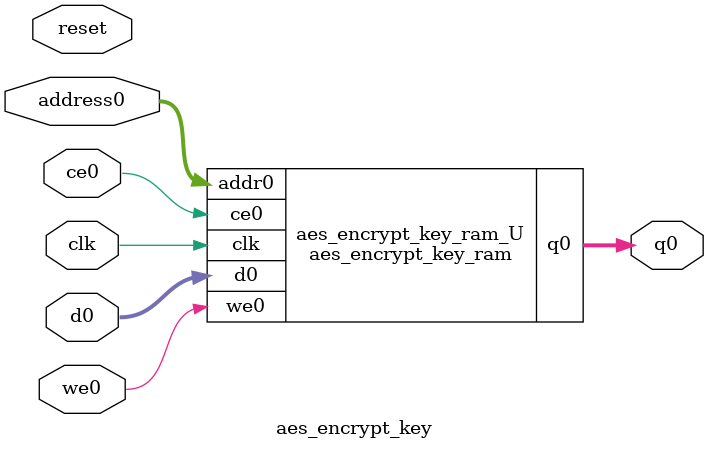
<source format=v>
`timescale 1 ns / 1 ps
module aes_encrypt_key_ram (addr0, ce0, d0, we0, q0,  clk);

parameter DWIDTH = 8;
parameter AWIDTH = 5;
parameter MEM_SIZE = 32;

input[AWIDTH-1:0] addr0;
input ce0;
input[DWIDTH-1:0] d0;
input we0;
output reg[DWIDTH-1:0] q0;
input clk;

reg [DWIDTH-1:0] ram[0:MEM_SIZE-1];




always @(posedge clk)  
begin 
    if (ce0) begin
        if (we0) 
            ram[addr0] <= d0; 
        q0 <= ram[addr0];
    end
end


endmodule

`timescale 1 ns / 1 ps
module aes_encrypt_key(
    reset,
    clk,
    address0,
    ce0,
    we0,
    d0,
    q0);

parameter DataWidth = 32'd8;
parameter AddressRange = 32'd32;
parameter AddressWidth = 32'd5;
input reset;
input clk;
input[AddressWidth - 1:0] address0;
input ce0;
input we0;
input[DataWidth - 1:0] d0;
output[DataWidth - 1:0] q0;



aes_encrypt_key_ram aes_encrypt_key_ram_U(
    .clk( clk ),
    .addr0( address0 ),
    .ce0( ce0 ),
    .we0( we0 ),
    .d0( d0 ),
    .q0( q0 ));

endmodule


</source>
